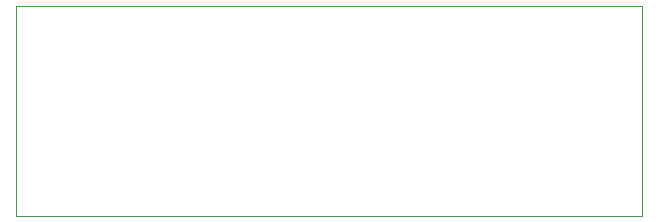
<source format=gm1>
G04 #@! TF.GenerationSoftware,KiCad,Pcbnew,9.0.2*
G04 #@! TF.CreationDate,2025-06-13T02:03:27-04:00*
G04 #@! TF.ProjectId,farlock3,6661726c-6f63-46b3-932e-6b696361645f,v01*
G04 #@! TF.SameCoordinates,Original*
G04 #@! TF.FileFunction,Profile,NP*
%FSLAX46Y46*%
G04 Gerber Fmt 4.6, Leading zero omitted, Abs format (unit mm)*
G04 Created by KiCad (PCBNEW 9.0.2) date 2025-06-13 02:03:27*
%MOMM*%
%LPD*%
G01*
G04 APERTURE LIST*
G04 #@! TA.AperFunction,Profile*
%ADD10C,0.100000*%
G04 #@! TD*
G04 APERTURE END LIST*
D10*
X129921000Y-144780000D02*
X129921000Y-127000000D01*
X129921000Y-127000000D02*
X182880000Y-127000000D01*
X182880000Y-144780000D02*
X129921000Y-144780000D01*
X182880000Y-127000000D02*
X182880000Y-144780000D01*
M02*

</source>
